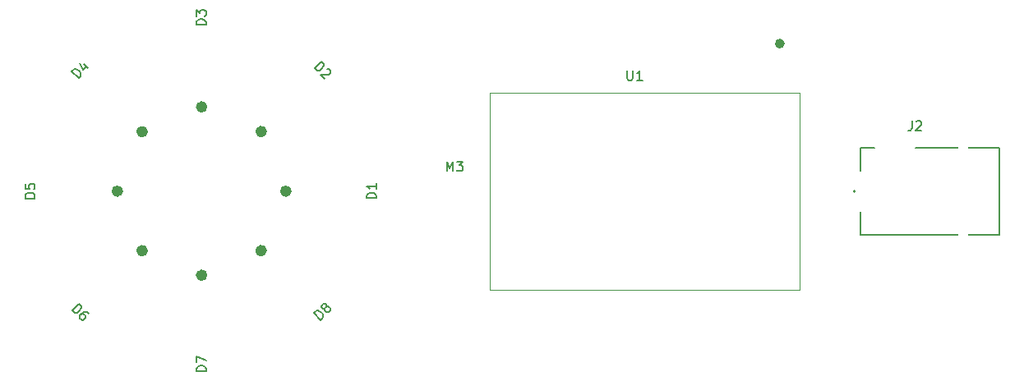
<source format=gto>
G04 #@! TF.GenerationSoftware,KiCad,Pcbnew,7.0.10*
G04 #@! TF.CreationDate,2024-05-27T20:12:39-07:00*
G04 #@! TF.ProjectId,K40-LED_PCB,4b34302d-4c45-4445-9f50-43422e6b6963,rev?*
G04 #@! TF.SameCoordinates,Original*
G04 #@! TF.FileFunction,Legend,Top*
G04 #@! TF.FilePolarity,Positive*
%FSLAX46Y46*%
G04 Gerber Fmt 4.6, Leading zero omitted, Abs format (unit mm)*
G04 Created by KiCad (PCBNEW 7.0.10) date 2024-05-27 20:12:39*
%MOMM*%
%LPD*%
G01*
G04 APERTURE LIST*
G04 Aperture macros list*
%AMRotRect*
0 Rectangle, with rotation*
0 The origin of the aperture is its center*
0 $1 length*
0 $2 width*
0 $3 Rotation angle, in degrees counterclockwise*
0 Add horizontal line*
21,1,$1,$2,0,0,$3*%
G04 Aperture macros list end*
%ADD10C,0.150000*%
%ADD11C,0.600000*%
%ADD12C,0.120000*%
%ADD13C,0.500000*%
%ADD14C,0.127000*%
%ADD15C,0.200000*%
%ADD16C,1.000000*%
%ADD17R,1.100000X4.000000*%
%ADD18R,1.750000X4.000000*%
%ADD19RotRect,1.100000X4.000000X225.000000*%
%ADD20RotRect,1.750000X4.000000X225.000000*%
%ADD21R,4.000000X1.100000*%
%ADD22R,4.000000X1.750000*%
%ADD23R,1.500000X2.030000*%
%ADD24RotRect,1.100000X4.000000X135.000000*%
%ADD25RotRect,1.750000X4.000000X135.000000*%
%ADD26RotRect,1.100000X4.000000X315.000000*%
%ADD27RotRect,1.750000X4.000000X315.000000*%
%ADD28RotRect,1.100000X4.000000X45.000000*%
%ADD29RotRect,1.750000X4.000000X45.000000*%
%ADD30O,1.604000X3.804000*%
%ADD31O,3.804000X1.604000*%
%ADD32C,3.200000*%
G04 APERTURE END LIST*
D10*
X105222919Y-92544194D02*
X104222919Y-92544194D01*
X104222919Y-92544194D02*
X104222919Y-92306099D01*
X104222919Y-92306099D02*
X104270538Y-92163242D01*
X104270538Y-92163242D02*
X104365776Y-92068004D01*
X104365776Y-92068004D02*
X104461014Y-92020385D01*
X104461014Y-92020385D02*
X104651490Y-91972766D01*
X104651490Y-91972766D02*
X104794347Y-91972766D01*
X104794347Y-91972766D02*
X104984823Y-92020385D01*
X104984823Y-92020385D02*
X105080061Y-92068004D01*
X105080061Y-92068004D02*
X105175300Y-92163242D01*
X105175300Y-92163242D02*
X105222919Y-92306099D01*
X105222919Y-92306099D02*
X105222919Y-92544194D01*
X104222919Y-91068004D02*
X104222919Y-91544194D01*
X104222919Y-91544194D02*
X104699109Y-91591813D01*
X104699109Y-91591813D02*
X104651490Y-91544194D01*
X104651490Y-91544194D02*
X104603871Y-91448956D01*
X104603871Y-91448956D02*
X104603871Y-91210861D01*
X104603871Y-91210861D02*
X104651490Y-91115623D01*
X104651490Y-91115623D02*
X104699109Y-91068004D01*
X104699109Y-91068004D02*
X104794347Y-91020385D01*
X104794347Y-91020385D02*
X105032442Y-91020385D01*
X105032442Y-91020385D02*
X105127680Y-91068004D01*
X105127680Y-91068004D02*
X105175300Y-91115623D01*
X105175300Y-91115623D02*
X105222919Y-91210861D01*
X105222919Y-91210861D02*
X105222919Y-91448956D01*
X105222919Y-91448956D02*
X105175300Y-91544194D01*
X105175300Y-91544194D02*
X105127680Y-91591813D01*
X134023677Y-79139013D02*
X134730784Y-78431907D01*
X134730784Y-78431907D02*
X134899143Y-78600265D01*
X134899143Y-78600265D02*
X134966486Y-78734952D01*
X134966486Y-78734952D02*
X134966486Y-78869639D01*
X134966486Y-78869639D02*
X134932814Y-78970655D01*
X134932814Y-78970655D02*
X134831799Y-79139013D01*
X134831799Y-79139013D02*
X134730784Y-79240029D01*
X134730784Y-79240029D02*
X134562425Y-79341044D01*
X134562425Y-79341044D02*
X134461410Y-79374716D01*
X134461410Y-79374716D02*
X134326723Y-79374716D01*
X134326723Y-79374716D02*
X134192036Y-79307372D01*
X134192036Y-79307372D02*
X134023677Y-79139013D01*
X135336875Y-79172685D02*
X135404219Y-79172685D01*
X135404219Y-79172685D02*
X135505234Y-79206357D01*
X135505234Y-79206357D02*
X135673593Y-79374716D01*
X135673593Y-79374716D02*
X135707265Y-79475731D01*
X135707265Y-79475731D02*
X135707265Y-79543074D01*
X135707265Y-79543074D02*
X135673593Y-79644090D01*
X135673593Y-79644090D02*
X135606249Y-79711433D01*
X135606249Y-79711433D02*
X135471562Y-79778777D01*
X135471562Y-79778777D02*
X134663440Y-79778777D01*
X134663440Y-79778777D02*
X135101173Y-80216509D01*
X122848819Y-74654294D02*
X121848819Y-74654294D01*
X121848819Y-74654294D02*
X121848819Y-74416199D01*
X121848819Y-74416199D02*
X121896438Y-74273342D01*
X121896438Y-74273342D02*
X121991676Y-74178104D01*
X121991676Y-74178104D02*
X122086914Y-74130485D01*
X122086914Y-74130485D02*
X122277390Y-74082866D01*
X122277390Y-74082866D02*
X122420247Y-74082866D01*
X122420247Y-74082866D02*
X122610723Y-74130485D01*
X122610723Y-74130485D02*
X122705961Y-74178104D01*
X122705961Y-74178104D02*
X122801200Y-74273342D01*
X122801200Y-74273342D02*
X122848819Y-74416199D01*
X122848819Y-74416199D02*
X122848819Y-74654294D01*
X121848819Y-73749532D02*
X121848819Y-73130485D01*
X121848819Y-73130485D02*
X122229771Y-73463818D01*
X122229771Y-73463818D02*
X122229771Y-73320961D01*
X122229771Y-73320961D02*
X122277390Y-73225723D01*
X122277390Y-73225723D02*
X122325009Y-73178104D01*
X122325009Y-73178104D02*
X122420247Y-73130485D01*
X122420247Y-73130485D02*
X122658342Y-73130485D01*
X122658342Y-73130485D02*
X122753580Y-73178104D01*
X122753580Y-73178104D02*
X122801200Y-73225723D01*
X122801200Y-73225723D02*
X122848819Y-73320961D01*
X122848819Y-73320961D02*
X122848819Y-73606675D01*
X122848819Y-73606675D02*
X122801200Y-73701913D01*
X122801200Y-73701913D02*
X122753580Y-73749532D01*
X122870019Y-110371394D02*
X121870019Y-110371394D01*
X121870019Y-110371394D02*
X121870019Y-110133299D01*
X121870019Y-110133299D02*
X121917638Y-109990442D01*
X121917638Y-109990442D02*
X122012876Y-109895204D01*
X122012876Y-109895204D02*
X122108114Y-109847585D01*
X122108114Y-109847585D02*
X122298590Y-109799966D01*
X122298590Y-109799966D02*
X122441447Y-109799966D01*
X122441447Y-109799966D02*
X122631923Y-109847585D01*
X122631923Y-109847585D02*
X122727161Y-109895204D01*
X122727161Y-109895204D02*
X122822400Y-109990442D01*
X122822400Y-109990442D02*
X122870019Y-110133299D01*
X122870019Y-110133299D02*
X122870019Y-110371394D01*
X121870019Y-109466632D02*
X121870019Y-108799966D01*
X121870019Y-108799966D02*
X122870019Y-109228537D01*
X166243095Y-79363219D02*
X166243095Y-80172742D01*
X166243095Y-80172742D02*
X166290714Y-80267980D01*
X166290714Y-80267980D02*
X166338333Y-80315600D01*
X166338333Y-80315600D02*
X166433571Y-80363219D01*
X166433571Y-80363219D02*
X166624047Y-80363219D01*
X166624047Y-80363219D02*
X166719285Y-80315600D01*
X166719285Y-80315600D02*
X166766904Y-80267980D01*
X166766904Y-80267980D02*
X166814523Y-80172742D01*
X166814523Y-80172742D02*
X166814523Y-79363219D01*
X167814523Y-80363219D02*
X167243095Y-80363219D01*
X167528809Y-80363219D02*
X167528809Y-79363219D01*
X167528809Y-79363219D02*
X167433571Y-79506076D01*
X167433571Y-79506076D02*
X167338333Y-79601314D01*
X167338333Y-79601314D02*
X167243095Y-79648933D01*
X134685972Y-105078896D02*
X133978866Y-104371789D01*
X133978866Y-104371789D02*
X134147224Y-104203430D01*
X134147224Y-104203430D02*
X134281911Y-104136087D01*
X134281911Y-104136087D02*
X134416598Y-104136087D01*
X134416598Y-104136087D02*
X134517614Y-104169759D01*
X134517614Y-104169759D02*
X134685972Y-104270774D01*
X134685972Y-104270774D02*
X134786988Y-104371789D01*
X134786988Y-104371789D02*
X134888003Y-104540148D01*
X134888003Y-104540148D02*
X134921675Y-104641163D01*
X134921675Y-104641163D02*
X134921675Y-104775850D01*
X134921675Y-104775850D02*
X134854331Y-104910537D01*
X134854331Y-104910537D02*
X134685972Y-105078896D01*
X135090033Y-103866713D02*
X134989018Y-103900385D01*
X134989018Y-103900385D02*
X134921675Y-103900385D01*
X134921675Y-103900385D02*
X134820659Y-103866713D01*
X134820659Y-103866713D02*
X134786988Y-103833041D01*
X134786988Y-103833041D02*
X134753316Y-103732026D01*
X134753316Y-103732026D02*
X134753316Y-103664682D01*
X134753316Y-103664682D02*
X134786988Y-103563667D01*
X134786988Y-103563667D02*
X134921675Y-103428980D01*
X134921675Y-103428980D02*
X135022690Y-103395308D01*
X135022690Y-103395308D02*
X135090033Y-103395308D01*
X135090033Y-103395308D02*
X135191049Y-103428980D01*
X135191049Y-103428980D02*
X135224720Y-103462652D01*
X135224720Y-103462652D02*
X135258392Y-103563667D01*
X135258392Y-103563667D02*
X135258392Y-103631011D01*
X135258392Y-103631011D02*
X135224720Y-103732026D01*
X135224720Y-103732026D02*
X135090033Y-103866713D01*
X135090033Y-103866713D02*
X135056362Y-103967728D01*
X135056362Y-103967728D02*
X135056362Y-104035072D01*
X135056362Y-104035072D02*
X135090033Y-104136087D01*
X135090033Y-104136087D02*
X135224720Y-104270774D01*
X135224720Y-104270774D02*
X135325736Y-104304446D01*
X135325736Y-104304446D02*
X135393079Y-104304446D01*
X135393079Y-104304446D02*
X135494094Y-104270774D01*
X135494094Y-104270774D02*
X135628781Y-104136087D01*
X135628781Y-104136087D02*
X135662453Y-104035072D01*
X135662453Y-104035072D02*
X135662453Y-103967728D01*
X135662453Y-103967728D02*
X135628781Y-103866713D01*
X135628781Y-103866713D02*
X135494094Y-103732026D01*
X135494094Y-103732026D02*
X135393079Y-103698354D01*
X135393079Y-103698354D02*
X135325736Y-103698354D01*
X135325736Y-103698354D02*
X135224720Y-103732026D01*
X109725614Y-80176138D02*
X109018508Y-79469031D01*
X109018508Y-79469031D02*
X109186866Y-79300672D01*
X109186866Y-79300672D02*
X109321553Y-79233329D01*
X109321553Y-79233329D02*
X109456240Y-79233329D01*
X109456240Y-79233329D02*
X109557256Y-79267001D01*
X109557256Y-79267001D02*
X109725614Y-79368016D01*
X109725614Y-79368016D02*
X109826630Y-79469031D01*
X109826630Y-79469031D02*
X109927645Y-79637390D01*
X109927645Y-79637390D02*
X109961317Y-79738405D01*
X109961317Y-79738405D02*
X109961317Y-79873092D01*
X109961317Y-79873092D02*
X109893973Y-80007779D01*
X109893973Y-80007779D02*
X109725614Y-80176138D01*
X110264362Y-78694581D02*
X110735767Y-79165985D01*
X109826630Y-78593566D02*
X110163347Y-79267001D01*
X110163347Y-79267001D02*
X110601080Y-78829268D01*
X109056603Y-104111272D02*
X109763710Y-103404166D01*
X109763710Y-103404166D02*
X109932069Y-103572524D01*
X109932069Y-103572524D02*
X109999412Y-103707211D01*
X109999412Y-103707211D02*
X109999412Y-103841898D01*
X109999412Y-103841898D02*
X109965740Y-103942914D01*
X109965740Y-103942914D02*
X109864725Y-104111272D01*
X109864725Y-104111272D02*
X109763710Y-104212288D01*
X109763710Y-104212288D02*
X109595351Y-104313303D01*
X109595351Y-104313303D02*
X109494336Y-104346975D01*
X109494336Y-104346975D02*
X109359649Y-104346975D01*
X109359649Y-104346975D02*
X109224962Y-104279631D01*
X109224962Y-104279631D02*
X109056603Y-104111272D01*
X110773862Y-104414318D02*
X110639175Y-104279631D01*
X110639175Y-104279631D02*
X110538160Y-104245959D01*
X110538160Y-104245959D02*
X110470817Y-104245959D01*
X110470817Y-104245959D02*
X110302458Y-104279631D01*
X110302458Y-104279631D02*
X110134099Y-104380646D01*
X110134099Y-104380646D02*
X109864725Y-104650020D01*
X109864725Y-104650020D02*
X109831053Y-104751036D01*
X109831053Y-104751036D02*
X109831053Y-104818379D01*
X109831053Y-104818379D02*
X109864725Y-104919394D01*
X109864725Y-104919394D02*
X109999412Y-105054081D01*
X109999412Y-105054081D02*
X110100427Y-105087753D01*
X110100427Y-105087753D02*
X110167771Y-105087753D01*
X110167771Y-105087753D02*
X110268786Y-105054081D01*
X110268786Y-105054081D02*
X110437145Y-104885723D01*
X110437145Y-104885723D02*
X110470817Y-104784707D01*
X110470817Y-104784707D02*
X110470817Y-104717364D01*
X110470817Y-104717364D02*
X110437145Y-104616349D01*
X110437145Y-104616349D02*
X110302458Y-104481662D01*
X110302458Y-104481662D02*
X110201443Y-104447990D01*
X110201443Y-104447990D02*
X110134099Y-104447990D01*
X110134099Y-104447990D02*
X110033084Y-104481662D01*
X140408919Y-92534294D02*
X139408919Y-92534294D01*
X139408919Y-92534294D02*
X139408919Y-92296199D01*
X139408919Y-92296199D02*
X139456538Y-92153342D01*
X139456538Y-92153342D02*
X139551776Y-92058104D01*
X139551776Y-92058104D02*
X139647014Y-92010485D01*
X139647014Y-92010485D02*
X139837490Y-91962866D01*
X139837490Y-91962866D02*
X139980347Y-91962866D01*
X139980347Y-91962866D02*
X140170823Y-92010485D01*
X140170823Y-92010485D02*
X140266061Y-92058104D01*
X140266061Y-92058104D02*
X140361300Y-92153342D01*
X140361300Y-92153342D02*
X140408919Y-92296199D01*
X140408919Y-92296199D02*
X140408919Y-92534294D01*
X140408919Y-91010485D02*
X140408919Y-91581913D01*
X140408919Y-91296199D02*
X139408919Y-91296199D01*
X139408919Y-91296199D02*
X139551776Y-91391437D01*
X139551776Y-91391437D02*
X139647014Y-91486675D01*
X139647014Y-91486675D02*
X139694633Y-91581913D01*
X195576866Y-84570219D02*
X195576866Y-85284504D01*
X195576866Y-85284504D02*
X195529247Y-85427361D01*
X195529247Y-85427361D02*
X195434009Y-85522600D01*
X195434009Y-85522600D02*
X195291152Y-85570219D01*
X195291152Y-85570219D02*
X195195914Y-85570219D01*
X196005438Y-84665457D02*
X196053057Y-84617838D01*
X196053057Y-84617838D02*
X196148295Y-84570219D01*
X196148295Y-84570219D02*
X196386390Y-84570219D01*
X196386390Y-84570219D02*
X196481628Y-84617838D01*
X196481628Y-84617838D02*
X196529247Y-84665457D01*
X196529247Y-84665457D02*
X196576866Y-84760695D01*
X196576866Y-84760695D02*
X196576866Y-84855933D01*
X196576866Y-84855933D02*
X196529247Y-84998790D01*
X196529247Y-84998790D02*
X195957819Y-85570219D01*
X195957819Y-85570219D02*
X196576866Y-85570219D01*
X147653476Y-89735819D02*
X147653476Y-88735819D01*
X147653476Y-88735819D02*
X147986809Y-89450104D01*
X147986809Y-89450104D02*
X148320142Y-88735819D01*
X148320142Y-88735819D02*
X148320142Y-89735819D01*
X148701095Y-88735819D02*
X149320142Y-88735819D01*
X149320142Y-88735819D02*
X148986809Y-89116771D01*
X148986809Y-89116771D02*
X149129666Y-89116771D01*
X149129666Y-89116771D02*
X149224904Y-89164390D01*
X149224904Y-89164390D02*
X149272523Y-89212009D01*
X149272523Y-89212009D02*
X149320142Y-89307247D01*
X149320142Y-89307247D02*
X149320142Y-89545342D01*
X149320142Y-89545342D02*
X149272523Y-89640580D01*
X149272523Y-89640580D02*
X149224904Y-89688200D01*
X149224904Y-89688200D02*
X149129666Y-89735819D01*
X149129666Y-89735819D02*
X148843952Y-89735819D01*
X148843952Y-89735819D02*
X148748714Y-89688200D01*
X148748714Y-89688200D02*
X148701095Y-89640580D01*
D11*
X114023700Y-91806100D02*
G75*
G03*
X113423700Y-91806100I-300000J0D01*
G01*
X113423700Y-91806100D02*
G75*
G03*
X114023700Y-91806100I300000J0D01*
G01*
X128846426Y-85660189D02*
G75*
G03*
X128246426Y-85660189I-300000J0D01*
G01*
X128246426Y-85660189D02*
G75*
G03*
X128846426Y-85660189I300000J0D01*
G01*
X122706100Y-83118800D02*
G75*
G03*
X122106100Y-83118800I-300000J0D01*
G01*
X122106100Y-83118800D02*
G75*
G03*
X122706100Y-83118800I300000J0D01*
G01*
X122702700Y-100481500D02*
G75*
G03*
X122102700Y-100481500I-300000J0D01*
G01*
X122102700Y-100481500D02*
G75*
G03*
X122702700Y-100481500I300000J0D01*
G01*
D12*
X184041800Y-81678000D02*
X152101800Y-81678000D01*
X184041800Y-81678000D02*
X184041800Y-101978000D01*
X152101800Y-81678000D02*
X152101800Y-101978000D01*
X184041800Y-101978000D02*
X152101800Y-101978000D01*
D13*
X182219800Y-76595000D02*
G75*
G03*
X181719800Y-76595000I-250000J0D01*
G01*
X181719800Y-76595000D02*
G75*
G03*
X182219800Y-76595000I250000J0D01*
G01*
D11*
X128833310Y-97940110D02*
G75*
G03*
X128233310Y-97940110I-300000J0D01*
G01*
X128233310Y-97940110D02*
G75*
G03*
X128833310Y-97940110I300000J0D01*
G01*
X116572090Y-85678890D02*
G75*
G03*
X115972090Y-85678890I-300000J0D01*
G01*
X115972090Y-85678890D02*
G75*
G03*
X116572090Y-85678890I300000J0D01*
G01*
X116572090Y-97940110D02*
G75*
G03*
X115972090Y-97940110I-300000J0D01*
G01*
X115972090Y-97940110D02*
G75*
G03*
X116572090Y-97940110I300000J0D01*
G01*
X131381700Y-91809600D02*
G75*
G03*
X130781700Y-91809600I-300000J0D01*
G01*
X130781700Y-91809600D02*
G75*
G03*
X131381700Y-91809600I300000J0D01*
G01*
D14*
X190292300Y-96327000D02*
X190292300Y-93947000D01*
X204592300Y-96327000D02*
X190292300Y-96327000D01*
X190292300Y-89707000D02*
X190292300Y-87327000D01*
X190292300Y-87327000D02*
X191722300Y-87327000D01*
X204592300Y-87327000D02*
X204592300Y-96327000D01*
X204592300Y-87327000D02*
X195962300Y-87327000D01*
D15*
X189742300Y-91827000D02*
G75*
G03*
X189542300Y-91827000I-100000J0D01*
G01*
X189542300Y-91827000D02*
G75*
G03*
X189742300Y-91827000I100000J0D01*
G01*
%LPC*%
D16*
X199594039Y-108059639D02*
G75*
G03*
X200844039Y-106809600I-39J1250039D01*
G01*
X145742773Y-75559600D02*
G75*
G03*
X145742773Y-108059600I-23340073J-16250000D01*
G01*
X200844039Y-106809600D02*
X200844039Y-76809600D01*
X200844000Y-76809600D02*
G75*
G03*
X199594039Y-75559600I-1250000J0D01*
G01*
X199594039Y-75559600D02*
X145742773Y-75559600D01*
X145742773Y-108059600D02*
X199594039Y-108059600D01*
D17*
X109098700Y-91806100D03*
D18*
X106723700Y-91806100D03*
X111473700Y-91806100D03*
D19*
X131816795Y-82389820D03*
D20*
X133496174Y-80710441D03*
X130137416Y-84069199D03*
D21*
X122406100Y-78493800D03*
D22*
X122406100Y-76118800D03*
X122406100Y-80868800D03*
D21*
X122402700Y-105106500D03*
D22*
X122402700Y-107481500D03*
X122402700Y-102731500D03*
D23*
X182041800Y-79643000D03*
X179501800Y-79643000D03*
X176961800Y-79643000D03*
X174421800Y-79643000D03*
X171881800Y-79643000D03*
X161721800Y-79643000D03*
X159181800Y-79643000D03*
X156641800Y-79643000D03*
X154101800Y-79643000D03*
X154101800Y-104013000D03*
X156641800Y-104013000D03*
X159181800Y-104013000D03*
X161721800Y-104013000D03*
X171881800Y-104013000D03*
X174421800Y-104013000D03*
X176961800Y-104013000D03*
X179501800Y-104013000D03*
X182041800Y-104013000D03*
D24*
X131803679Y-101210479D03*
D25*
X133483058Y-102889858D03*
X130124300Y-99531100D03*
D26*
X113001721Y-82408521D03*
D27*
X111322342Y-80729142D03*
X114681100Y-84087900D03*
D28*
X113001721Y-101210479D03*
D29*
X111322342Y-102889858D03*
X114681100Y-99531100D03*
D17*
X135706700Y-91809600D03*
D18*
X138081700Y-91809600D03*
X133331700Y-91809600D03*
D30*
X190842300Y-91827000D03*
X197092300Y-91827000D03*
D31*
X193842300Y-87027000D03*
D32*
X148470886Y-91809600D03*
%LPD*%
M02*

</source>
